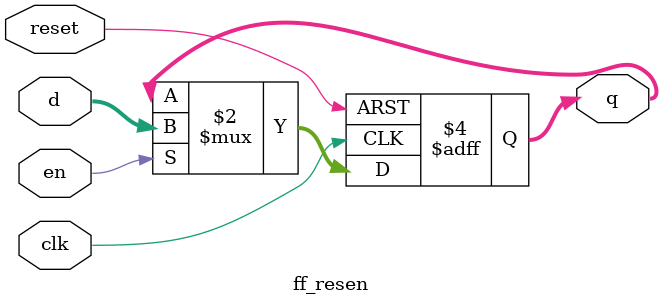
<source format=v>
module ff_resen #(parameter N = 8)
                (input clk, reset, en,
                 input [N-1:0] d, 
                 output reg [N-1:0] q);

always @(posedge clk, posedge reset)
    if (reset)   
        q <= 0;
    else 
        if(en) 
            q <= d;

endmodule
</source>
